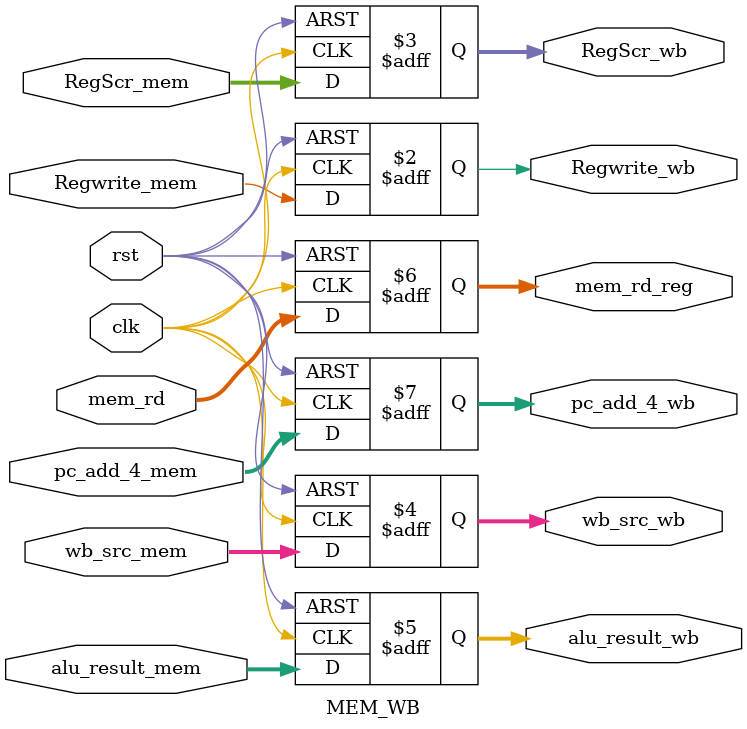
<source format=v>
`timescale 1ns / 1ps

module MEM_WB(
    input clk, rst, Regwrite_mem,
    input[1 : 0] RegScr_mem,
    input[4 : 0] wb_src_mem,
    input[31 : 0] alu_result_mem, mem_rd, pc_add_4_mem,
    output reg Regwrite_wb,
    output reg[1 : 0] RegScr_wb,
    output reg[4 : 0] wb_src_wb,
    output reg[31 : 0] alu_result_wb, mem_rd_reg, pc_add_4_wb
);
  always @(posedge clk or posedge rst) begin
      if (rst) begin
          wb_src_wb <= 0; alu_result_wb <= 0; mem_rd_reg <= 0;
          Regwrite_wb <= 0; RegScr_wb <= 0; pc_add_4_wb <= 0;
      end
      else begin
          wb_src_wb <= wb_src_mem; alu_result_wb <= alu_result_mem;
          mem_rd_reg <= mem_rd; Regwrite_wb <= Regwrite_mem;
          RegScr_wb <= RegScr_mem; pc_add_4_wb <= pc_add_4_mem;
      end
  end
endmodule

</source>
